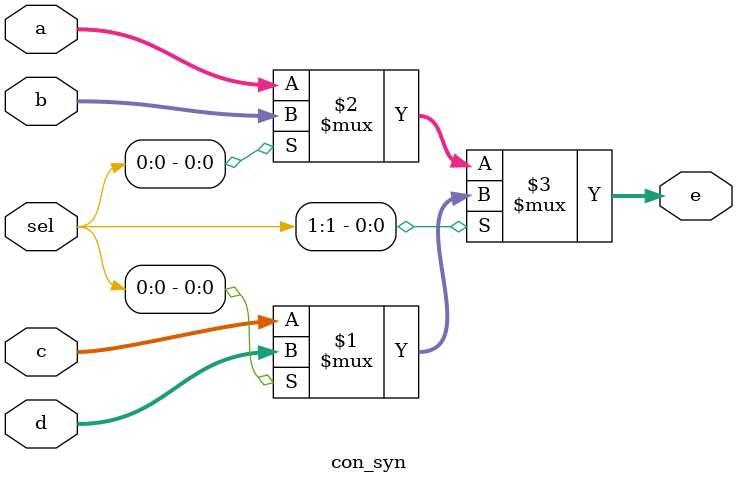
<source format=v>

module con_syn(a,  b, c, d, sel, e);
output [1:0] e;
input [1:0] a, b, c, d, sel;

assign e = sel[1] ? (sel[0]?d:c) : (sel[0]?b:a);
// sel[1] -> sel[0]?d:c
// else -> sel[0]?b:a
endmodule


</source>
